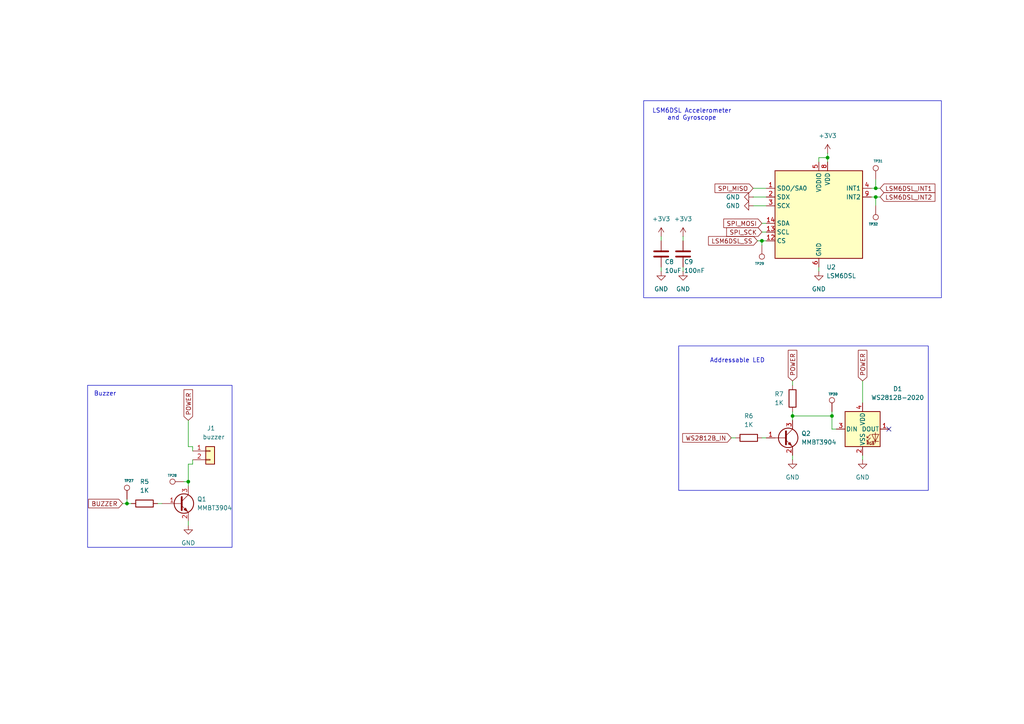
<source format=kicad_sch>
(kicad_sch (version 20250114) (generator "eeschema") (generator_version "9.0")
  (paper "A4")
  (title_block (title "Sensors") (date "2025-09-26") (rev "v1.0") (company "By Shrinath Nimare <shrinath.nimare@gmail.com>"))
  (lib_symbols
    (symbol "Connector:TestPoint" (pin_numbers (hide yes)) (pin_names (offset 0.762) (hide yes))
      (property "Reference" "TP" (at 0 6.858 0))
      (property "Value" "TestPoint" (at 0 5.08 0))
      (symbol "TestPoint_0_1"
        (circle (center 0 3.302) (radius 0.762))
      )
      (symbol "TestPoint_1_1"
        (pin passive line (at 0 0 90) (length 2.54) (name "1") (number "1"))
      )
    )
    (symbol "Connector_Generic:Conn_01x02" (pin_names (offset 1.016) (hide yes))
      (property "Reference" "J" (at 0 2.54 0))
      (property "Value" "Conn_01x02" (at 0 -5.08 0))
      (symbol "Conn_01x02_1_1"
        (rectangle (start -1.27 1.27) (end 1.27 -3.81) (stroke (width 0.254)) (fill (type background)))
        (rectangle (start -1.27 0.127) (end 0 -0.127) (stroke (width 0.1524)))
        (rectangle (start -1.27 -2.413) (end 0 -2.667) (stroke (width 0.1524)))
        (pin passive line (at -5.08 0 0) (length 3.81) (name "Pin_1") (number "1"))
        (pin passive line (at -5.08 -2.54 0) (length 3.81) (name "Pin_2") (number "2"))
      )
    )
    (symbol "Device:C" (pin_numbers (hide yes)) (pin_names (offset 0.254))
      (property "Reference" "C" (at 0.635 2.54 0))
      (property "Value" "C" (at 0.635 -2.54 0))
      (symbol "C_0_1"
        (polyline (pts (xy -2.032 0.762) (xy 2.032 0.762)) (stroke (width 0.508)))
        (polyline (pts (xy -2.032 -0.762) (xy 2.032 -0.762)) (stroke (width 0.508)))
      )
      (symbol "C_1_1"
        (pin passive line (at 0 3.81 270) (length 2.794) (name "~") (number "1"))
        (pin passive line (at 0 -3.81 90) (length 2.794) (name "~") (number "2"))
      )
    )
    (symbol "Device:R" (pin_numbers (hide yes)) (pin_names (offset 0))
      (property "Reference" "R" (at 2.032 0 90))
      (property "Value" "R" (at 0 0 90))
      (symbol "R_0_1"
        (rectangle (start -1.016 -2.54) (end 1.016 2.54) (stroke (width 0.254)))
      )
      (symbol "R_1_1"
        (pin passive line (at 0 3.81 270) (length 1.27) (name "~") (number "1"))
        (pin passive line (at 0 -3.81 90) (length 1.27) (name "~") (number "2"))
      )
    )
    (symbol "LED:WS2812B-2020" (pin_names (offset 0.254))
      (property "Reference" "D" (at 5.08 5.715 0))
      (property "Value" "WS2812B-2020" (at 1.27 -5.715 0))
      (symbol "WS2812B-2020_0_0"
        (text "RGB" (at 2.286 -4.191 0) (effects (font (size 0.762 0.762))))
      )
      (symbol "WS2812B-2020_0_1"
        (polyline (pts (xy 1.27 -2.54) (xy 1.778 -2.54)))
        (polyline (pts (xy 1.27 -3.556) (xy 1.778 -3.556)))
        (polyline (pts (xy 2.286 -1.524) (xy 1.27 -2.54) (xy 1.27 -2.032)))
        (polyline (pts (xy 2.286 -2.54) (xy 1.27 -3.556) (xy 1.27 -3.048)))
        (polyline (pts (xy 3.683 -1.016) (xy 3.683 -3.556) (xy 3.683 -4.064)))
        (polyline (pts (xy 4.699 -1.524) (xy 2.667 -1.524) (xy 3.683 -3.556) (xy 4.699 -1.524)))
        (polyline (pts (xy 4.699 -3.556) (xy 2.667 -3.556)))
        (rectangle (start 5.08 5.08) (end -5.08 -5.08) (stroke (width 0.254)) (fill (type background)))
      )
      (symbol "WS2812B-2020_1_1"
        (pin input line (at -7.62 0 0) (length 2.54) (name "DIN") (number "3"))
        (pin power_in line (at 0 7.62 270) (length 2.54) (name "VDD") (number "4"))
        (pin power_in line (at 0 -7.62 90) (length 2.54) (name "VSS") (number "2"))
        (pin output line (at 7.62 0 180) (length 2.54) (name "DOUT") (number "1"))
      )
    )
    (symbol "MMBT3904_1" (pin_names (offset 0) (hide yes))
      (property "Reference" "Q" (at 5.08 1.905 0))
      (property "Value" "MMBT3904" (at 5.08 0 0))
      (symbol "MMBT3904_1_0_1"
        (polyline (pts (xy -2.54 0) (xy 0.635 0)))
        (polyline (pts (xy 0.635 1.905) (xy 0.635 -1.905)) (stroke (width 0.508)))
        (circle (center 1.27 0) (radius 2.8194) (stroke (width 0.254)))
      )
      (symbol "MMBT3904_1_1_1"
        (polyline (pts (xy 0.635 0.635) (xy 2.54 2.54)))
        (polyline (pts (xy 0.635 -0.635) (xy 2.54 -2.54)))
        (polyline (pts (xy 1.27 -1.778) (xy 1.778 -1.27) (xy 2.286 -2.286) (xy 1.27 -1.778)) (fill (type outline)))
        (pin input line (at -5.08 0 0) (length 2.54) (name "B") (number "1"))
        (pin passive line (at 2.54 5.08 270) (length 2.54) (name "C") (number "3"))
        (pin passive line (at 2.54 -5.08 90) (length 2.54) (name "E") (number "2"))
      )
    )
    (symbol "Sensor_Motion:LSM6DSL"
      (property "Reference" "U" (at -11.43 15.24 0))
      (property "Value" "LSM6DSL" (at -11.43 12.7 0))
      (symbol "LSM6DSL_0_1"
        (rectangle (start -12.7 12.7) (end 12.7 -12.7) (stroke (width 0.254)) (fill (type background)))
      )
      (symbol "LSM6DSL_1_1"
        (pin bidirectional line (at -15.24 7.62 0) (length 2.54) (name "SDO/SA0") (number "1"))
        (pin bidirectional line (at -15.24 5.08 0) (length 2.54) (name "SDX") (number "2"))
        (pin input line (at -15.24 2.54 0) (length 2.54) (name "SCX") (number "3"))
        (pin bidirectional line (at -15.24 -2.54 0) (length 2.54) (name "SDA") (number "14"))
        (pin input line (at -15.24 -5.08 0) (length 2.54) (name "SCL") (number "13"))
        (pin input line (at -15.24 -7.62 0) (length 2.54) (name "CS") (number "12"))
        (pin power_in line (at 0 15.24 270) (length 2.54) (name "VDDIO") (number "5"))
        (pin power_in line (at 0 -15.24 90) (length 2.54) (name "GND") (number "6"))
        (pin passive line (at 0 -15.24 90) (length 2.54) (hide yes) (name "GND") (number "7"))
        (pin power_in line (at 2.54 15.24 270) (length 2.54) (name "VDD") (number "8"))
        (pin no_connect line (at 12.7 -2.54 180) (length 3.81) (hide yes) (name "NC") (number "11"))
        (pin no_connect line (at 12.7 -5.08 180) (length 3.81) (hide yes) (name "NC") (number "10"))
        (pin output line (at 15.24 7.62 180) (length 2.54) (name "INT1") (number "4"))
        (pin output line (at 15.24 5.08 180) (length 2.54) (name "INT2") (number "9"))
      )
    )
    (symbol "Transistor_BJT:MMBT3904" (pin_names (offset 0) (hide yes))
      (property "Reference" "Q" (at 5.08 1.905 0))
      (property "Value" "MMBT3904" (at 5.08 0 0))
      (symbol "MMBT3904_0_1"
        (polyline (pts (xy 0.635 1.905) (xy 0.635 -1.905) (xy 0.635 -1.905)) (stroke (width 0.508)))
        (polyline (pts (xy 0.635 0.635) (xy 2.54 2.54)))
        (polyline (pts (xy 0.635 -0.635) (xy 2.54 -2.54) (xy 2.54 -2.54)))
        (circle (center 1.27 0) (radius 2.8194) (stroke (width 0.254)))
        (polyline (pts (xy 1.27 -1.778) (xy 1.778 -1.27) (xy 2.286 -2.286) (xy 1.27 -1.778) (xy 1.27 -1.778)) (fill (type outline)))
      )
      (symbol "MMBT3904_1_1"
        (pin input line (at -5.08 0 0) (length 5.715) (name "B") (number "1"))
        (pin passive line (at 2.54 5.08 270) (length 2.54) (name "C") (number "3"))
        (pin passive line (at 2.54 -5.08 90) (length 2.54) (name "E") (number "2"))
      )
    )
    (symbol "power:+3V3" (power) (pin_numbers (hide yes)) (pin_names (offset 0) (hide yes))
      (property "Value" "+3V3" (at 0 3.556 0))
      (symbol "+3V3_0_1"
        (polyline (pts (xy -0.762 1.27) (xy 0 2.54)))
        (polyline (pts (xy 0 2.54) (xy 0.762 1.27)))
        (polyline (pts (xy 0 0) (xy 0 2.54)))
      )
      (symbol "+3V3_1_1"
        (pin power_in line (at 0 0 90) (length 0) (name "~") (number "1"))
      )
    )
    (symbol "power:GND" (power) (pin_numbers (hide yes)) (pin_names (offset 0) (hide yes))
      (property "Value" "GND" (at 0 -3.81 0))
      (symbol "GND_0_1"
        (polyline (pts (xy 0 0) (xy 0 -1.27) (xy 1.27 -1.27) (xy 0 -2.54) (xy -1.27 -1.27) (xy 0 -1.27)))
      )
      (symbol "GND_1_1"
        (pin power_in line (at 0 0 270) (length 0) (name "~") (number "1"))
      )
    )
  )
  (rectangle (start 196.85 100.33) (end 269.24 142.24))
  (rectangle (start 25.4 111.76) (end 67.31 158.75))
  (rectangle (start 186.69 29.21) (end 273.05 86.36))
  (text "Addressable LED" (at 213.868 104.648 0) (effects (font (size 1.27 1.27))))
  (text "Buzzer" (at 30.48 114.3 0) (effects (font (size 1.27 1.27))))
  (text "LSM6DSL Accelerometer\nand Gyroscope" (at 200.66 33.274 0) (effects (font (size 1.27 1.27))))
  (junction (at 36.83 146.05))
  (junction (at 54.61 139.7))
  (junction (at 241.3 120.65))
  (junction (at 240.03 45.72))
  (junction (at 220.98 69.85))
  (junction (at 254 57.15))
  (junction (at 229.87 120.65))
  (junction (at 254 54.61))
  (no_connect (at 257.81 124.46))
  (wire (pts (xy 254 57.15) (xy 255.27 57.15)))
  (wire (pts (xy 212.09 127) (xy 213.36 127)))
  (wire (pts (xy 241.3 119.38) (xy 241.3 120.65)))
  (wire (pts (xy 237.49 45.72) (xy 240.03 45.72)))
  (wire (pts (xy 54.61 151.13) (xy 54.61 152.4)))
  (wire (pts (xy 219.71 69.85) (xy 220.98 69.85)))
  (wire (pts (xy 237.49 77.47) (xy 237.49 78.74)))
  (wire (pts (xy 191.77 68.58) (xy 191.77 69.85)))
  (wire (pts (xy 240.03 45.72) (xy 240.03 46.99)))
  (wire (pts (xy 36.83 146.05) (xy 35.56 146.05)))
  (wire (pts (xy 55.88 129.54) (xy 55.88 130.81)))
  (wire (pts (xy 198.12 77.47) (xy 198.12 78.74)))
  (wire (pts (xy 54.61 121.92) (xy 54.61 129.54)))
  (wire (pts (xy 229.87 120.65) (xy 241.3 120.65)))
  (wire (pts (xy 220.98 127) (xy 222.25 127)))
  (wire (pts (xy 46.99 146.05) (xy 45.72 146.05)))
  (wire (pts (xy 252.73 54.61) (xy 254 54.61)))
  (wire (pts (xy 250.19 110.49) (xy 250.19 116.84)))
  (wire (pts (xy 240.03 44.45) (xy 240.03 45.72)))
  (wire (pts (xy 254 52.07) (xy 254 54.61)))
  (wire (pts (xy 220.98 64.77) (xy 222.25 64.77)))
  (wire (pts (xy 220.98 69.85) (xy 222.25 69.85)))
  (wire (pts (xy 220.98 69.85) (xy 220.98 71.12)))
  (wire (pts (xy 241.3 120.65) (xy 241.3 124.46)))
  (wire (pts (xy 54.61 140.97) (xy 54.61 139.7)))
  (wire (pts (xy 53.34 139.7) (xy 54.61 139.7)))
  (wire (pts (xy 229.87 132.08) (xy 229.87 133.35)))
  (wire (pts (xy 250.19 132.08) (xy 250.19 133.35)))
  (wire (pts (xy 229.87 110.49) (xy 229.87 111.76)))
  (wire (pts (xy 254 57.15) (xy 254 59.69)))
  (wire (pts (xy 218.44 54.61) (xy 222.25 54.61)))
  (wire (pts (xy 38.1 146.05) (xy 36.83 146.05)))
  (wire (pts (xy 54.61 134.62) (xy 55.88 134.62)))
  (wire (pts (xy 254 54.61) (xy 255.27 54.61)))
  (wire (pts (xy 218.44 57.15) (xy 222.25 57.15)))
  (wire (pts (xy 191.77 77.47) (xy 191.77 78.74)))
  (wire (pts (xy 229.87 119.38) (xy 229.87 120.65)))
  (wire (pts (xy 218.44 59.69) (xy 222.25 59.69)))
  (wire (pts (xy 198.12 68.58) (xy 198.12 69.85)))
  (wire (pts (xy 54.61 134.62) (xy 54.61 139.7)))
  (wire (pts (xy 241.3 124.46) (xy 242.57 124.46)))
  (wire (pts (xy 55.88 129.54) (xy 54.61 129.54)))
  (wire (pts (xy 252.73 57.15) (xy 254 57.15)))
  (wire (pts (xy 229.87 120.65) (xy 229.87 121.92)))
  (wire (pts (xy 237.49 45.72) (xy 237.49 46.99)))
  (wire (pts (xy 55.88 133.35) (xy 55.88 134.62)))
  (wire (pts (xy 220.98 67.31) (xy 222.25 67.31)))
  (wire (pts (xy 36.83 144.78) (xy 36.83 146.05)))
  (global_label "SPI_MISO" (shape input) (at 218.44 54.61 180) (property "Intersheetrefs" "${INTERSHEET_REFS}" (effects (hide yes))))
  (global_label "SPI_SCK" (shape input) (at 220.98 67.31 180) (property "Intersheetrefs" "${INTERSHEET_REFS}" (effects (hide yes))))
  (global_label "POWER" (shape input) (at 54.61 121.92 90) (property "Intersheetrefs" "${INTERSHEET_REFS}" (effects (hide yes))))
  (global_label "LSM6DSL_INT1" (shape input) (at 255.27 54.61 0) (property "Intersheetrefs" "${INTERSHEET_REFS}" (effects (hide yes))))
  (global_label "WS2812B_IN" (shape input) (at 212.09 127 180) (property "Intersheetrefs" "${INTERSHEET_REFS}" (effects (hide yes))))
  (global_label "LSM6DSL_SS" (shape input) (at 219.71 69.85 180) (property "Intersheetrefs" "${INTERSHEET_REFS}" (effects (hide yes))))
  (global_label "SPI_MOSI" (shape input) (at 220.98 64.77 180) (property "Intersheetrefs" "${INTERSHEET_REFS}" (effects (hide yes))))
  (global_label "LSM6DSL_INT2" (shape input) (at 255.27 57.15 0) (property "Intersheetrefs" "${INTERSHEET_REFS}" (effects (hide yes))))
  (global_label "POWER" (shape input) (at 229.87 110.49 90) (property "Intersheetrefs" "${INTERSHEET_REFS}" (effects (hide yes))))
  (global_label "BUZZER" (shape input) (at 35.56 146.05 180) (property "Intersheetrefs" "${INTERSHEET_REFS}" (effects (hide yes))))
  (global_label "POWER" (shape input) (at 250.19 110.49 90) (property "Intersheetrefs" "${INTERSHEET_REFS}" (effects (hide yes))))
  (symbol (lib_id "power:GND") (at 237.49 78.74 0) (unit 1)
    (property "Reference" "#PWR028" (effects (hide yes)))
    (property "Value" "GND" (at 237.49 83.82 0))
    (property "Description" "Power symbol creates a global label with name \"GND\" , ground" (effects (hide yes)))
  )
  (symbol (lib_id "Device:R") (at 229.87 115.57 0) (mirror x) (unit 1)
    (property "Reference" "R7" (at 227.33 114.2999 0) (effects (justify right)))
    (property "Value" "1K" (at 227.33 116.8399 0) (effects (justify right)))
    (property "Footprint" "Resistor_SMD:R_0805_2012Metric" (effects (hide yes)))
    (property "Description" "Resistor" (effects (hide yes)))
    (property "Source" "Evelta" (effects (hide yes)))
    (property "Source_URL" "https://evelta.com/1k-1-0805-thick-film-chip-resistor-0805w8f1001t5e/" (effects (hide yes)))
  )
  (symbol (lib_id "power:+3V3") (at 240.03 44.45 0) (unit 1)
    (property "Reference" "#PWR029" (effects (hide yes)))
    (property "Value" "+3V3" (at 240.03 39.37 0))
    (property "Description" "Power symbol creates a global label with name \"+3V3\"" (effects (hide yes)))
  )
  (symbol (lib_id "power:GND") (at 250.19 133.35 0) (unit 1)
    (property "Reference" "#PWR030" (effects (hide yes)))
    (property "Value" "GND" (at 250.19 138.43 0))
    (property "Description" "Power symbol creates a global label with name \"GND\" , ground" (effects (hide yes)))
  )
  (symbol (lib_id "Device:C") (at 191.77 73.66 180) (unit 1)
    (property "Reference" "C8" (at 192.786 75.946 0) (effects (justify right)))
    (property "Value" "10uF" (at 192.786 78.486 0) (effects (justify right)))
    (property "Footprint" "Capacitor_SMD:C_0805_2012Metric" (effects (hide yes)))
    (property "Description" "Unpolarized capacitor" (effects (hide yes)))
    (property "Source" "Evelta" (effects (hide yes)))
    (property "Source_URL" "https://evelta.com/10uf-25v-10-x5r-0805-capacitor/" (effects (hide yes)))
  )
  (symbol (lib_id "Connector:TestPoint") (at 53.34 139.7 90) (unit 1)
    (property "Reference" "TP28" (at 51.308 137.922 90) (effects (font (size 0.7 0.7)) (justify left)))
    (property "Value" "TestPoint" (effects (hide yes)))
    (property "Footprint" "small_tp:TestPoint_Pad_D1.0mm_small" (effects (hide yes)))
  )
  (symbol (lib_id "Connector:TestPoint") (at 254 59.69 0) (mirror x) (unit 1)
    (property "Reference" "TP32" (at 251.968 65.024 0) (effects (font (size 0.7 0.7)) (justify left)))
    (property "Value" "TestPoint" (effects (hide yes)))
    (property "Footprint" "small_tp:TestPoint_Pad_D1.0mm_small" (effects (hide yes)))
  )
  (symbol (lib_id "Sensor_Motion:LSM6DSL") (at 237.49 62.23 0) (unit 1)
    (property "Reference" "U2" (at 239.6841 77.47 0) (effects (justify left)))
    (property "Value" "LSM6DSL" (at 239.6841 80.01 0) (effects (justify left)))
    (property "Footprint" "Package_LGA:LGA-14_3x2.5mm_P0.5mm_LayoutBorder3x4y" (effects (hide yes)))
    (property "Datasheet" "https://www.st.com/resource/en/datasheet/lsm6dsl.pdf" (effects (hide yes)))
    (property "Description" "I2C/SPI, iNEMO inertial module: always-on 3D accelerometer and 3D gyroscope, 1.71V to 3.6V VCC" (effects (hide yes)))
    (property "Source" "Own" (effects (hide yes)))
  )
  (symbol (lib_id "Connector:TestPoint") (at 254 52.07 0) (mirror y) (unit 1)
    (property "Reference" "TP31" (at 256.032 46.736 0) (effects (font (size 0.7 0.7)) (justify left)))
    (property "Value" "TestPoint" (effects (hide yes)))
    (property "Footprint" "small_tp:TestPoint_Pad_D1.0mm_small" (effects (hide yes)))
  )
  (symbol (lib_id "power:GND") (at 218.44 57.15 270) (unit 1)
    (property "Reference" "#PWR025" (effects (hide yes)))
    (property "Value" "GND" (at 214.63 57.1499 90) (effects (justify right)))
    (property "Description" "Power symbol creates a global label with name \"GND\" , ground" (effects (hide yes)))
  )
  (symbol (lib_id "Device:C") (at 198.12 73.66 180) (unit 1)
    (property "Reference" "C9" (at 198.374 75.946 0) (effects (justify right)))
    (property "Value" "100nF" (at 198.374 78.486 0) (effects (justify right)))
    (property "Footprint" "Capacitor_SMD:C_0805_2012Metric" (effects (hide yes)))
    (property "Description" "Unpolarized capacitor" (effects (hide yes)))
    (property "Source" "Evelta" (effects (hide yes)))
    (property "Source_URL" "https://evelta.com/100nf-50v-10-x7r-0805-capacitor/" (effects (hide yes)))
  )
  (symbol (lib_id "power:+3V3") (at 191.77 68.58 0) (unit 1)
    (property "Reference" "#PWR021" (effects (hide yes)))
    (property "Value" "+3V3" (at 191.77 63.5 0))
    (property "Description" "Power symbol creates a global label with name \"+3V3\"" (effects (hide yes)))
  )
  (symbol (lib_id "Connector:TestPoint") (at 241.3 119.38 0) (unit 1)
    (property "Reference" "TP30" (at 240.284 114.3 0) (effects (font (size 0.7 0.7)) (justify left)))
    (property "Value" "TestPoint" (effects (hide yes)))
    (property "Footprint" "small_tp:TestPoint_Pad_D1.0mm_small" (effects (hide yes)))
  )
  (symbol (lib_id "power:GND") (at 198.12 78.74 0) (unit 1)
    (property "Reference" "#PWR024" (effects (hide yes)))
    (property "Value" "GND" (at 198.12 83.82 0))
    (property "Description" "Power symbol creates a global label with name \"GND\" , ground" (effects (hide yes)))
  )
  (symbol (lib_id "power:GND") (at 218.44 59.69 270) (unit 1)
    (property "Reference" "#PWR026" (effects (hide yes)))
    (property "Value" "GND" (at 214.63 59.6899 90) (effects (justify right)))
    (property "Description" "Power symbol creates a global label with name \"GND\" , ground" (effects (hide yes)))
  )
  (symbol (lib_id "Connector_Generic:Conn_01x02") (at 60.96 130.81 0) (unit 1)
    (property "Reference" "J1" (at 61.214 124.206 0))
    (property "Value" "buzzer" (at 61.976 126.746 0))
    (property "Footprint" "Connector_PinHeader_2.54mm:PinHeader_1x02_P2.54mm_Vertical" (effects (hide yes)))
    (property "Source" "Own" (effects (hide yes)))
  )
  (symbol (lib_id "power:+3V3") (at 198.12 68.58 0) (unit 1)
    (property "Reference" "#PWR023" (effects (hide yes)))
    (property "Value" "+3V3" (at 198.12 63.5 0))
    (property "Description" "Power symbol creates a global label with name \"+3V3\"" (effects (hide yes)))
  )
  (symbol (lib_name "MMBT3904_1") (lib_id "Transistor_BJT:MMBT3904") (at 227.33 127 0) (unit 1)
    (property "Reference" "Q2" (at 232.41 125.7299 0) (effects (justify left)))
    (property "Value" "MMBT3904" (at 232.41 128.2699 0) (effects (justify left)))
    (property "Footprint" "Package_TO_SOT_SMD:SOT-23" (effects (hide yes)))
    (property "Datasheet" "https://www.onsemi.com/pdf/datasheet/pzt3904-d.pdf" (effects (hide yes)))
    (property "Description" "0.2A Ic, 40V Vce, Small Signal NPN Transistor, SOT-23" (effects (hide yes)))
  )
  (symbol (lib_id "power:GND") (at 54.61 152.4 0) (mirror y) (unit 1)
    (property "Reference" "#PWR020" (effects (hide yes)))
    (property "Value" "GND" (at 54.61 157.48 0))
    (property "Description" "Power symbol creates a global label with name \"GND\" , ground" (effects (hide yes)))
  )
  (symbol (lib_id "power:GND") (at 229.87 133.35 0) (unit 1)
    (property "Reference" "#PWR027" (effects (hide yes)))
    (property "Value" "GND" (at 229.87 138.43 0))
    (property "Description" "Power symbol creates a global label with name \"GND\" , ground" (effects (hide yes)))
  )
  (symbol (lib_id "Device:R") (at 41.91 146.05 90) (mirror x) (unit 1)
    (property "Reference" "R5" (at 41.91 139.7 90))
    (property "Value" "1K" (at 41.91 142.24 90))
    (property "Footprint" "Resistor_SMD:R_0805_2012Metric" (effects (hide yes)))
    (property "Description" "Resistor" (effects (hide yes)))
    (property "Source" "Evelta" (effects (hide yes)))
    (property "Source_URL" "https://evelta.com/1k-1-0805-thick-film-chip-resistor-0805w8f1001t5e/" (effects (hide yes)))
  )
  (symbol (lib_id "Transistor_BJT:MMBT3904") (at 52.07 146.05 0) (unit 1)
    (property "Reference" "Q1" (at 57.15 144.7799 0) (effects (justify left)))
    (property "Value" "MMBT3904" (at 57.15 147.3199 0) (effects (justify left)))
    (property "Footprint" "Package_TO_SOT_SMD:SOT-23" (effects (hide yes)))
    (property "Datasheet" "https://www.onsemi.com/pdf/datasheet/pzt3904-d.pdf" (effects (hide yes)))
    (property "Description" "0.2A Ic, 40V Vce, Small Signal NPN Transistor, SOT-23" (effects (hide yes)))
    (property "Source" "Own" (effects (hide yes)))
  )
  (symbol (lib_id "power:GND") (at 191.77 78.74 0) (unit 1)
    (property "Reference" "#PWR022" (effects (hide yes)))
    (property "Value" "GND" (at 191.77 83.82 0))
    (property "Description" "Power symbol creates a global label with name \"GND\" , ground" (effects (hide yes)))
  )
  (symbol (lib_id "Connector:TestPoint") (at 220.98 71.12 0) (mirror x) (unit 1)
    (property "Reference" "TP29" (at 218.948 76.454 0) (effects (font (size 0.7 0.7)) (justify left)))
    (property "Value" "TestPoint" (effects (hide yes)))
    (property "Footprint" "small_tp:TestPoint_Pad_D1.0mm_small" (effects (hide yes)))
  )
  (symbol (lib_id "Device:R") (at 217.17 127 90) (mirror x) (unit 1)
    (property "Reference" "R6" (at 217.17 120.65 90))
    (property "Value" "1K" (at 217.17 123.19 90))
    (property "Footprint" "Resistor_SMD:R_0805_2012Metric" (effects (hide yes)))
    (property "Description" "Resistor" (effects (hide yes)))
    (property "Source" "Evelta" (effects (hide yes)))
    (property "Source_URL" "https://evelta.com/1k-1-0805-thick-film-chip-resistor-0805w8f1001t5e/" (effects (hide yes)))
  )
  (symbol (lib_id "LED:WS2812B-2020") (at 250.19 124.46 0) (unit 1)
    (property "Reference" "D1" (at 260.35 112.776 0))
    (property "Value" "WS2812B-2020" (at 260.35 115.316 0))
    (property "Footprint" "LED_SMD:LED_WS2812B-2020_PLCC4_2.0x2.0mm" (effects (hide yes)))
    (property "Datasheet" "https://cdn-shop.adafruit.com/product-files/4684/4684_WS2812B-2020_V1.3_EN.pdf" (effects (hide yes)))
    (property "Description" "RGB LED with integrated controller, 2.0 x 2.0 mm, 12 mA" (effects (hide yes)))
  )
  (symbol (lib_id "Connector:TestPoint") (at 36.83 144.78 0) (unit 1)
    (property "Reference" "TP27" (at 36.068 139.446 0) (effects (font (size 0.7 0.7)) (justify left)))
    (property "Value" "TestPoint" (effects (hide yes)))
    (property "Footprint" "small_tp:TestPoint_Pad_D1.0mm_small" (effects (hide yes)))
  )
)
</source>
